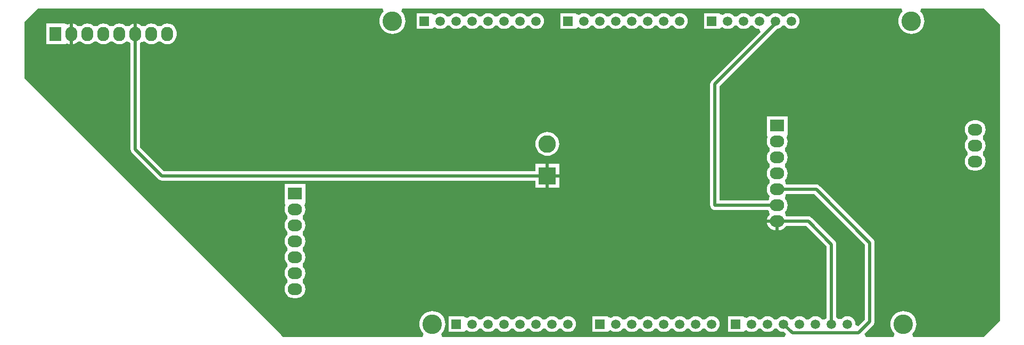
<source format=gtl>
G04 Layer_Physical_Order=1*
G04 Layer_Color=255*
%FSTAX24Y24*%
%MOIN*%
G70*
G01*
G75*
%ADD10C,0.0197*%
%ADD11O,0.0900X0.0750*%
%ADD12R,0.0900X0.0750*%
%ADD13R,0.0591X0.0591*%
%ADD14C,0.0591*%
%ADD15R,0.1100X0.1100*%
%ADD16C,0.1100*%
%ADD17O,0.0750X0.0900*%
%ADD18R,0.0750X0.0900*%
%ADD19C,0.1220*%
G36*
X071498Y029796D02*
Y011204D01*
X070496Y010202D01*
X06606D01*
X065989Y010399D01*
X066023Y010427D01*
X066124Y010549D01*
X066199Y01069D01*
X066245Y010842D01*
X066261Y011D01*
X066245Y011158D01*
X066199Y01131D01*
X066124Y011451D01*
X066023Y011573D01*
X065901Y011674D01*
X06576Y011749D01*
X065608Y011795D01*
X06545Y011811D01*
X065292Y011795D01*
X06514Y011749D01*
X064999Y011674D01*
X064877Y011573D01*
X064776Y011451D01*
X064701Y01131D01*
X064655Y011158D01*
X064639Y011D01*
X064655Y010842D01*
X064701Y01069D01*
X064776Y010549D01*
X064877Y010427D01*
X064911Y010399D01*
X06484Y010202D01*
X063101D01*
X06302Y010399D01*
X063561Y010939D01*
X063561Y010939D01*
X063608Y011001D01*
X063638Y011073D01*
X063648Y01115D01*
X063648Y01115D01*
Y0161D01*
X063638Y016177D01*
X063608Y016249D01*
X063561Y016311D01*
X063561Y016311D01*
X060211Y019661D01*
X060149Y019708D01*
X060077Y019738D01*
X06Y019748D01*
X058117D01*
X058064Y019818D01*
X058033Y020042D01*
X058052Y020068D01*
X058125Y020162D01*
X058182Y020301D01*
X058202Y02045D01*
X058182Y020599D01*
X058125Y020738D01*
X058052Y020832D01*
X058033Y020858D01*
X058033Y021042D01*
X058052Y021068D01*
X058125Y021162D01*
X058182Y021301D01*
X058202Y02145D01*
X058182Y021599D01*
X058125Y021738D01*
X058052Y021832D01*
X058033Y021858D01*
X058033Y022042D01*
X058052Y022068D01*
X058125Y022162D01*
X058182Y022301D01*
X058202Y02245D01*
X058182Y022599D01*
X058148Y022681D01*
X058197Y022878D01*
X058197D01*
Y024022D01*
X056903D01*
Y022878D01*
X056903Y022878D01*
X056952Y022681D01*
X056918Y022599D01*
X056898Y02245D01*
X056918Y022301D01*
X056975Y022162D01*
X057048Y022068D01*
X057067Y022042D01*
X057067Y021858D01*
X057048Y021832D01*
X056975Y021738D01*
X056918Y021599D01*
X056898Y02145D01*
X056918Y021301D01*
X056975Y021162D01*
X057048Y021068D01*
X057067Y021042D01*
X057067Y020858D01*
X057048Y020832D01*
X056975Y020738D01*
X056918Y020599D01*
X056898Y02045D01*
X056918Y020301D01*
X056975Y020162D01*
X057048Y020068D01*
X057067Y020042D01*
X057067Y019858D01*
X057048Y019832D01*
X056975Y019738D01*
X056918Y019599D01*
X056898Y01945D01*
X056918Y019301D01*
X056975Y019162D01*
X057048Y019068D01*
X057067Y019042D01*
X057036Y018818D01*
X056983Y018748D01*
X053948D01*
Y025927D01*
X057536Y029515D01*
X057578Y029521D01*
X057698Y02957D01*
X057801Y029649D01*
X057833Y02969D01*
X057879Y029705D01*
X058021D01*
X058067Y02969D01*
X058099Y029649D01*
X058202Y02957D01*
X058322Y029521D01*
X05845Y029504D01*
X058578Y029521D01*
X058698Y02957D01*
X058801Y029649D01*
X05888Y029752D01*
X058929Y029872D01*
X058946Y03D01*
X058929Y030128D01*
X05888Y030248D01*
X058801Y030351D01*
X058698Y03043D01*
X058578Y030479D01*
X05845Y030496D01*
X058322Y030479D01*
X058202Y03043D01*
X058099Y030351D01*
X058067Y03031D01*
X058021Y030295D01*
X057879D01*
X057833Y03031D01*
X057801Y030351D01*
X057698Y03043D01*
X057578Y030479D01*
X05745Y030496D01*
X057322Y030479D01*
X057202Y03043D01*
X057099Y030351D01*
X057067Y03031D01*
X057021Y030295D01*
X056879D01*
X056833Y03031D01*
X056801Y030351D01*
X056698Y03043D01*
X056578Y030479D01*
X05645Y030496D01*
X056322Y030479D01*
X056202Y03043D01*
X056099Y030351D01*
X056067Y03031D01*
X056021Y030295D01*
X055879D01*
X055833Y03031D01*
X055801Y030351D01*
X055698Y03043D01*
X055578Y030479D01*
X05545Y030496D01*
X055322Y030479D01*
X055202Y03043D01*
X055099Y030351D01*
X055067Y03031D01*
X055021Y030295D01*
X054879D01*
X054833Y03031D01*
X054801Y030351D01*
X054698Y03043D01*
X054578Y030479D01*
X05445Y030496D01*
X054322Y030479D01*
X054202Y03043D01*
X054139Y030382D01*
X054002Y030424D01*
X053942Y03047D01*
Y030492D01*
X052958D01*
Y029508D01*
X053942D01*
Y02953D01*
X054002Y029576D01*
X054139Y029618D01*
X054202Y02957D01*
X054322Y029521D01*
X05445Y029504D01*
X054578Y029521D01*
X054698Y02957D01*
X054801Y029649D01*
X054833Y02969D01*
X054879Y029705D01*
X055021D01*
X055067Y02969D01*
X055099Y029649D01*
X055202Y02957D01*
X055322Y029521D01*
X05545Y029504D01*
X055578Y029521D01*
X055698Y02957D01*
X055801Y029649D01*
X055833Y02969D01*
X055879Y029705D01*
X056021D01*
X056067Y02969D01*
X056099Y029649D01*
X056202Y02957D01*
X056322Y029521D01*
X056409Y029509D01*
X056471Y029401D01*
X056489Y02931D01*
X053439Y026261D01*
X053392Y026199D01*
X053362Y026127D01*
X053352Y02605D01*
Y01845D01*
X053362Y018373D01*
X053392Y018301D01*
X053439Y018239D01*
X053501Y018192D01*
X053573Y018162D01*
X05365Y018152D01*
X056983D01*
X057036Y018082D01*
X057067Y017858D01*
X057048Y017832D01*
X056975Y017738D01*
X056918Y017599D01*
X056911Y017548D01*
X05755D01*
Y01745D01*
X057648D01*
Y016876D01*
X057774Y016893D01*
X057913Y01695D01*
X058033Y017042D01*
X058117Y017152D01*
X059377D01*
X060652Y015877D01*
Y011392D01*
X060599Y011351D01*
X060567Y01131D01*
X060521Y011295D01*
X060379D01*
X060333Y01131D01*
X060301Y011351D01*
X060198Y01143D01*
X060078Y011479D01*
X05995Y011496D01*
X059822Y011479D01*
X059702Y01143D01*
X059599Y011351D01*
X059567Y01131D01*
X059521Y011295D01*
X059379D01*
X059333Y01131D01*
X059301Y011351D01*
X059198Y01143D01*
X059078Y011479D01*
X05895Y011496D01*
X058822Y011479D01*
X058702Y01143D01*
X058599Y011351D01*
X058567Y01131D01*
X058521Y011295D01*
X058379D01*
X058333Y01131D01*
X058301Y011351D01*
X058198Y01143D01*
X058078Y011479D01*
X05795Y011496D01*
X057822Y011479D01*
X057702Y01143D01*
X057599Y011351D01*
X057567Y01131D01*
X057521Y011295D01*
X057379D01*
X057333Y01131D01*
X057301Y011351D01*
X057198Y01143D01*
X057078Y011479D01*
X05695Y011496D01*
X056822Y011479D01*
X056702Y01143D01*
X056599Y011351D01*
X056567Y01131D01*
X056521Y011295D01*
X056379D01*
X056333Y01131D01*
X056301Y011351D01*
X056198Y01143D01*
X056078Y011479D01*
X05595Y011496D01*
X055822Y011479D01*
X055702Y01143D01*
X055639Y011382D01*
X055502Y011424D01*
X055442Y01147D01*
Y011492D01*
X054458D01*
Y010508D01*
X055442D01*
Y01053D01*
X055502Y010576D01*
X055639Y010618D01*
X055702Y01057D01*
X055822Y010521D01*
X05595Y010504D01*
X056078Y010521D01*
X056198Y01057D01*
X056301Y010649D01*
X056333Y01069D01*
X056379Y010705D01*
X056521D01*
X056567Y01069D01*
X056599Y010649D01*
X056702Y01057D01*
X056822Y010521D01*
X05695Y010504D01*
X057078Y010521D01*
X057198Y01057D01*
X057301Y010649D01*
X057333Y01069D01*
X057379Y010705D01*
X057521D01*
X057567Y01069D01*
X057599Y010649D01*
X057702Y01057D01*
X057822Y010521D01*
X05795Y010504D01*
X057982Y010508D01*
X058096Y010379D01*
X058021Y010202D01*
X03656D01*
X036489Y010399D01*
X036523Y010427D01*
X036624Y010549D01*
X036699Y01069D01*
X036745Y010842D01*
X036761Y011D01*
X036745Y011158D01*
X036699Y01131D01*
X036624Y011451D01*
X036523Y011573D01*
X036401Y011674D01*
X03626Y011749D01*
X036108Y011795D01*
X03595Y011811D01*
X035792Y011795D01*
X03564Y011749D01*
X035499Y011674D01*
X035377Y011573D01*
X035276Y011451D01*
X035201Y01131D01*
X035155Y011158D01*
X035139Y011D01*
X035155Y010842D01*
X035201Y01069D01*
X035276Y010549D01*
X035377Y010427D01*
X035411Y010399D01*
X03534Y010202D01*
X026604D01*
X0104Y026406D01*
Y029944D01*
X011254Y030798D01*
X03284D01*
X032911Y030601D01*
X032877Y030573D01*
X032776Y030451D01*
X032701Y03031D01*
X032655Y030158D01*
X032639Y03D01*
X032655Y029842D01*
X032701Y02969D01*
X032776Y029549D01*
X032877Y029427D01*
X032999Y029326D01*
X03314Y029251D01*
X033292Y029205D01*
X03345Y029189D01*
X033608Y029205D01*
X03376Y029251D01*
X033901Y029326D01*
X034023Y029427D01*
X034124Y029549D01*
X034199Y02969D01*
X034245Y029842D01*
X034261Y03D01*
X034245Y030158D01*
X034199Y03031D01*
X034124Y030451D01*
X034023Y030573D01*
X033989Y030601D01*
X03406Y030798D01*
X06534D01*
X065411Y030601D01*
X065377Y030573D01*
X065276Y030451D01*
X065201Y03031D01*
X065155Y030158D01*
X065139Y03D01*
X065155Y029842D01*
X065201Y02969D01*
X065276Y029549D01*
X065377Y029427D01*
X065499Y029326D01*
X06564Y029251D01*
X065792Y029205D01*
X06595Y029189D01*
X066108Y029205D01*
X06626Y029251D01*
X066401Y029326D01*
X066523Y029427D01*
X066624Y029549D01*
X066699Y02969D01*
X066745Y029842D01*
X066761Y03D01*
X066745Y030158D01*
X066699Y03031D01*
X066624Y030451D01*
X066523Y030573D01*
X066489Y030601D01*
X06656Y030798D01*
X070496D01*
X071498Y029796D01*
D02*
G37*
G36*
X063052Y015977D02*
Y011273D01*
X062625Y010846D01*
X062438Y010938D01*
X062446Y011D01*
X062429Y011128D01*
X06238Y011248D01*
X062301Y011351D01*
X062198Y01143D01*
X062078Y011479D01*
X06195Y011496D01*
X061822Y011479D01*
X061702Y01143D01*
X061599Y011351D01*
X061587Y011335D01*
X061381Y011316D01*
X061248Y011437D01*
Y016D01*
X061248Y016D01*
X061238Y016077D01*
X061208Y016149D01*
X061161Y016211D01*
X061161Y016211D01*
X059711Y017661D01*
X059649Y017708D01*
X059577Y017738D01*
X0595Y017748D01*
X058117D01*
X058064Y017818D01*
X058033Y018042D01*
X058052Y018068D01*
X058125Y018162D01*
X058182Y018301D01*
X058202Y01845D01*
X058182Y018599D01*
X058125Y018738D01*
X058052Y018832D01*
X058033Y018858D01*
X058064Y019082D01*
X058117Y019152D01*
X059877D01*
X063052Y015977D01*
D02*
G37*
%LPC*%
G36*
X05145Y030496D02*
X051322Y030479D01*
X051202Y03043D01*
X051099Y030351D01*
X051067Y03031D01*
X051021Y030295D01*
X050879D01*
X050833Y03031D01*
X050801Y030351D01*
X050698Y03043D01*
X050578Y030479D01*
X05045Y030496D01*
X050322Y030479D01*
X050202Y03043D01*
X050099Y030351D01*
X050067Y03031D01*
X050021Y030295D01*
X049879D01*
X049833Y03031D01*
X049801Y030351D01*
X049698Y03043D01*
X049578Y030479D01*
X04945Y030496D01*
X049322Y030479D01*
X049202Y03043D01*
X049099Y030351D01*
X049067Y03031D01*
X049021Y030295D01*
X048879D01*
X048833Y03031D01*
X048801Y030351D01*
X048698Y03043D01*
X048578Y030479D01*
X04845Y030496D01*
X048322Y030479D01*
X048202Y03043D01*
X048099Y030351D01*
X048067Y03031D01*
X048021Y030295D01*
X047879D01*
X047833Y03031D01*
X047801Y030351D01*
X047698Y03043D01*
X047578Y030479D01*
X04745Y030496D01*
X047322Y030479D01*
X047202Y03043D01*
X047099Y030351D01*
X047067Y03031D01*
X047021Y030295D01*
X046879D01*
X046833Y03031D01*
X046801Y030351D01*
X046698Y03043D01*
X046578Y030479D01*
X04645Y030496D01*
X046322Y030479D01*
X046202Y03043D01*
X046099Y030351D01*
X046067Y03031D01*
X046021Y030295D01*
X045879D01*
X045833Y03031D01*
X045801Y030351D01*
X045698Y03043D01*
X045578Y030479D01*
X04545Y030496D01*
X045322Y030479D01*
X045202Y03043D01*
X045139Y030382D01*
X045002Y030424D01*
X044942Y03047D01*
Y030492D01*
X043958D01*
Y029508D01*
X044942D01*
Y02953D01*
X045002Y029576D01*
X045139Y029618D01*
X045202Y02957D01*
X045322Y029521D01*
X04545Y029504D01*
X045578Y029521D01*
X045698Y02957D01*
X045801Y029649D01*
X045833Y02969D01*
X045879Y029705D01*
X046021D01*
X046067Y02969D01*
X046099Y029649D01*
X046202Y02957D01*
X046322Y029521D01*
X04645Y029504D01*
X046578Y029521D01*
X046698Y02957D01*
X046801Y029649D01*
X046833Y02969D01*
X046879Y029705D01*
X047021D01*
X047067Y02969D01*
X047099Y029649D01*
X047202Y02957D01*
X047322Y029521D01*
X04745Y029504D01*
X047578Y029521D01*
X047698Y02957D01*
X047801Y029649D01*
X047833Y02969D01*
X047879Y029705D01*
X048021D01*
X048067Y02969D01*
X048099Y029649D01*
X048202Y02957D01*
X048322Y029521D01*
X04845Y029504D01*
X048578Y029521D01*
X048698Y02957D01*
X048801Y029649D01*
X048833Y02969D01*
X048879Y029705D01*
X049021D01*
X049067Y02969D01*
X049099Y029649D01*
X049202Y02957D01*
X049322Y029521D01*
X04945Y029504D01*
X049578Y029521D01*
X049698Y02957D01*
X049801Y029649D01*
X049833Y02969D01*
X049879Y029705D01*
X050021D01*
X050067Y02969D01*
X050099Y029649D01*
X050202Y02957D01*
X050322Y029521D01*
X05045Y029504D01*
X050578Y029521D01*
X050698Y02957D01*
X050801Y029649D01*
X050833Y02969D01*
X050879Y029705D01*
X051021D01*
X051067Y02969D01*
X051099Y029649D01*
X051202Y02957D01*
X051322Y029521D01*
X05145Y029504D01*
X051578Y029521D01*
X051698Y02957D01*
X051801Y029649D01*
X05188Y029752D01*
X051929Y029872D01*
X051946Y03D01*
X051929Y030128D01*
X05188Y030248D01*
X051801Y030351D01*
X051698Y03043D01*
X051578Y030479D01*
X05145Y030496D01*
D02*
G37*
G36*
X04245D02*
X042322Y030479D01*
X042202Y03043D01*
X042099Y030351D01*
X042067Y03031D01*
X042021Y030295D01*
X041879D01*
X041833Y03031D01*
X041801Y030351D01*
X041698Y03043D01*
X041578Y030479D01*
X04145Y030496D01*
X041322Y030479D01*
X041202Y03043D01*
X041099Y030351D01*
X041067Y03031D01*
X041021Y030295D01*
X040879D01*
X040833Y03031D01*
X040801Y030351D01*
X040698Y03043D01*
X040578Y030479D01*
X04045Y030496D01*
X040322Y030479D01*
X040202Y03043D01*
X040099Y030351D01*
X040067Y03031D01*
X040021Y030295D01*
X039879D01*
X039833Y03031D01*
X039801Y030351D01*
X039698Y03043D01*
X039578Y030479D01*
X03945Y030496D01*
X039322Y030479D01*
X039202Y03043D01*
X039099Y030351D01*
X039067Y03031D01*
X039021Y030295D01*
X038879D01*
X038833Y03031D01*
X038801Y030351D01*
X038698Y03043D01*
X038578Y030479D01*
X03845Y030496D01*
X038322Y030479D01*
X038202Y03043D01*
X038099Y030351D01*
X038067Y03031D01*
X038021Y030295D01*
X037879D01*
X037833Y03031D01*
X037801Y030351D01*
X037698Y03043D01*
X037578Y030479D01*
X03745Y030496D01*
X037322Y030479D01*
X037202Y03043D01*
X037099Y030351D01*
X037067Y03031D01*
X037021Y030295D01*
X036879D01*
X036833Y03031D01*
X036801Y030351D01*
X036698Y03043D01*
X036578Y030479D01*
X03645Y030496D01*
X036322Y030479D01*
X036202Y03043D01*
X036139Y030382D01*
X036002Y030424D01*
X035942Y03047D01*
Y030492D01*
X034958D01*
Y029508D01*
X035942D01*
Y02953D01*
X036002Y029576D01*
X036139Y029618D01*
X036202Y02957D01*
X036322Y029521D01*
X03645Y029504D01*
X036578Y029521D01*
X036698Y02957D01*
X036801Y029649D01*
X036833Y02969D01*
X036879Y029705D01*
X037021D01*
X037067Y02969D01*
X037099Y029649D01*
X037202Y02957D01*
X037322Y029521D01*
X03745Y029504D01*
X037578Y029521D01*
X037698Y02957D01*
X037801Y029649D01*
X037833Y02969D01*
X037879Y029705D01*
X038021D01*
X038067Y02969D01*
X038099Y029649D01*
X038202Y02957D01*
X038322Y029521D01*
X03845Y029504D01*
X038578Y029521D01*
X038698Y02957D01*
X038801Y029649D01*
X038833Y02969D01*
X038879Y029705D01*
X039021D01*
X039067Y02969D01*
X039099Y029649D01*
X039202Y02957D01*
X039322Y029521D01*
X03945Y029504D01*
X039578Y029521D01*
X039698Y02957D01*
X039801Y029649D01*
X039833Y02969D01*
X039879Y029705D01*
X040021D01*
X040067Y02969D01*
X040099Y029649D01*
X040202Y02957D01*
X040322Y029521D01*
X04045Y029504D01*
X040578Y029521D01*
X040698Y02957D01*
X040801Y029649D01*
X040833Y02969D01*
X040879Y029705D01*
X041021D01*
X041067Y02969D01*
X041099Y029649D01*
X041202Y02957D01*
X041322Y029521D01*
X04145Y029504D01*
X041578Y029521D01*
X041698Y02957D01*
X041801Y029649D01*
X041833Y02969D01*
X041879Y029705D01*
X042021D01*
X042067Y02969D01*
X042099Y029649D01*
X042202Y02957D01*
X042322Y029521D01*
X04245Y029504D01*
X042578Y029521D01*
X042698Y02957D01*
X042801Y029649D01*
X04288Y029752D01*
X042929Y029872D01*
X042946Y03D01*
X042929Y030128D01*
X04288Y030248D01*
X042801Y030351D01*
X042698Y03043D01*
X042578Y030479D01*
X04245Y030496D01*
D02*
G37*
G36*
X01935Y029852D02*
X019201Y029832D01*
X019062Y029775D01*
X018968Y029702D01*
X018942Y029683D01*
X018758Y029683D01*
X018732Y029702D01*
X018638Y029775D01*
X018499Y029832D01*
X01835Y029852D01*
X018201Y029832D01*
X018062Y029775D01*
X017968Y029702D01*
X017942Y029683D01*
X017758Y029683D01*
X017732Y029702D01*
X017638Y029775D01*
X017499Y029832D01*
X017448Y029839D01*
Y0292D01*
X017252D01*
Y029839D01*
X017201Y029832D01*
X017062Y029775D01*
X016968Y029702D01*
X016942Y029683D01*
X016758Y029683D01*
X016732Y029702D01*
X016638Y029775D01*
X016499Y029832D01*
X01635Y029852D01*
X016201Y029832D01*
X016062Y029775D01*
X015968Y029702D01*
X015942Y029683D01*
X015758Y029683D01*
X015732Y029702D01*
X015638Y029775D01*
X015499Y029832D01*
X01535Y029852D01*
X015201Y029832D01*
X015062Y029775D01*
X014968Y029702D01*
X014942Y029683D01*
X014758Y029683D01*
X014732Y029702D01*
X014638Y029775D01*
X014499Y029832D01*
X01435Y029852D01*
X014201Y029832D01*
X014062Y029775D01*
X013968Y029702D01*
X013942Y029683D01*
X013758Y029683D01*
X013732Y029702D01*
X013638Y029775D01*
X013499Y029832D01*
X013448Y029839D01*
Y0292D01*
Y028561D01*
X013499Y028568D01*
X013638Y028625D01*
X013732Y028698D01*
X013758Y028717D01*
X013942Y028717D01*
X013968Y028698D01*
X014062Y028625D01*
X014201Y028568D01*
X01435Y028548D01*
X014499Y028568D01*
X014638Y028625D01*
X014732Y028698D01*
X014758Y028717D01*
X014942Y028717D01*
X014968Y028698D01*
X015062Y028625D01*
X015201Y028568D01*
X01535Y028548D01*
X015499Y028568D01*
X015638Y028625D01*
X015732Y028698D01*
X015758Y028717D01*
X015942Y028717D01*
X015968Y028698D01*
X016062Y028625D01*
X016201Y028568D01*
X01635Y028548D01*
X016499Y028568D01*
X016638Y028625D01*
X016732Y028698D01*
X016758Y028717D01*
X016982Y028686D01*
X017052Y028633D01*
Y02195D01*
X017062Y021873D01*
X017092Y021801D01*
X017139Y021739D01*
X018789Y020089D01*
X018789Y020089D01*
X018851Y020042D01*
X018923Y020012D01*
X019Y020002D01*
X042403D01*
Y019553D01*
X043052D01*
Y0203D01*
Y021047D01*
X042403D01*
Y020598D01*
X019123D01*
X017648Y022073D01*
Y028633D01*
X017718Y028686D01*
X017942Y028717D01*
X017968Y028698D01*
X018062Y028625D01*
X018201Y028568D01*
X01835Y028548D01*
X018499Y028568D01*
X018638Y028625D01*
X018732Y028698D01*
X018758Y028717D01*
X018942Y028717D01*
X018968Y028698D01*
X019062Y028625D01*
X019201Y028568D01*
X01935Y028548D01*
X019499Y028568D01*
X019638Y028625D01*
X019758Y028717D01*
X01985Y028837D01*
X019907Y028976D01*
X019927Y029125D01*
Y029275D01*
X019907Y029424D01*
X01985Y029563D01*
X019758Y029683D01*
X019638Y029775D01*
X019499Y029832D01*
X01935Y029852D01*
D02*
G37*
G36*
X012922Y029847D02*
Y029847D01*
X011778D01*
Y028553D01*
X012922D01*
X012922Y028553D01*
X013119Y028602D01*
X013201Y028568D01*
X013252Y028561D01*
Y0292D01*
Y029839D01*
X013201Y029832D01*
X013119Y029798D01*
X012922Y029847D01*
D02*
G37*
G36*
X04315Y02305D02*
X043004Y023036D01*
X042863Y022993D01*
X042733Y022924D01*
X042619Y022831D01*
X042526Y022717D01*
X042457Y022587D01*
X042414Y022446D01*
X0424Y0223D01*
X042414Y022154D01*
X042457Y022013D01*
X042526Y021883D01*
X042619Y021769D01*
X042733Y021676D01*
X042863Y021607D01*
X043004Y021564D01*
X04315Y02155D01*
X043296Y021564D01*
X043437Y021607D01*
X043567Y021676D01*
X043681Y021769D01*
X043774Y021883D01*
X043843Y022013D01*
X043886Y022154D01*
X0439Y0223D01*
X043886Y022446D01*
X043843Y022587D01*
X043774Y022717D01*
X043681Y022831D01*
X043567Y022924D01*
X043437Y022993D01*
X043296Y023036D01*
X04315Y02305D01*
D02*
G37*
G36*
X070025Y023777D02*
X069875D01*
X069726Y023757D01*
X069587Y0237D01*
X069467Y023608D01*
X069375Y023488D01*
X069318Y023349D01*
X069298Y0232D01*
X069318Y023051D01*
X069375Y022912D01*
X069448Y022818D01*
X069467Y022792D01*
X069467Y022608D01*
X069448Y022582D01*
X069375Y022488D01*
X069318Y022349D01*
X069298Y0222D01*
X069318Y022051D01*
X069375Y021912D01*
X069448Y021818D01*
X069467Y021792D01*
X069467Y021608D01*
X069448Y021582D01*
X069375Y021488D01*
X069318Y021349D01*
X069298Y0212D01*
X069318Y021051D01*
X069375Y020912D01*
X069467Y020792D01*
X069587Y0207D01*
X069726Y020643D01*
X069875Y020623D01*
X070025D01*
X070174Y020643D01*
X070313Y0207D01*
X070433Y020792D01*
X070525Y020912D01*
X070582Y021051D01*
X070602Y0212D01*
X070582Y021349D01*
X070525Y021488D01*
X070452Y021582D01*
X070433Y021608D01*
X070433Y021792D01*
X070452Y021818D01*
X070525Y021912D01*
X070582Y022051D01*
X070602Y0222D01*
X070582Y022349D01*
X070525Y022488D01*
X070452Y022582D01*
X070433Y022608D01*
X070433Y022792D01*
X070452Y022818D01*
X070525Y022912D01*
X070582Y023051D01*
X070602Y0232D01*
X070582Y023349D01*
X070525Y023488D01*
X070433Y023608D01*
X070313Y0237D01*
X070174Y023757D01*
X070025Y023777D01*
D02*
G37*
G36*
X043897Y021047D02*
X043248D01*
Y020398D01*
X043897D01*
Y021047D01*
D02*
G37*
G36*
Y020202D02*
X043248D01*
Y019553D01*
X043897D01*
Y020202D01*
D02*
G37*
G36*
X057452Y017352D02*
X056911D01*
X056918Y017301D01*
X056975Y017162D01*
X057067Y017042D01*
X057187Y01695D01*
X057326Y016893D01*
X057452Y016876D01*
Y017352D01*
D02*
G37*
G36*
X027997Y019772D02*
X026703D01*
Y018628D01*
X026703Y018628D01*
X026752Y018431D01*
X026718Y018349D01*
X026698Y0182D01*
X026718Y018051D01*
X026775Y017912D01*
X026848Y017818D01*
X026867Y017792D01*
X026867Y017608D01*
X026848Y017582D01*
X026775Y017488D01*
X026718Y017349D01*
X026698Y0172D01*
X026718Y017051D01*
X026775Y016912D01*
X026848Y016818D01*
X026867Y016792D01*
X026867Y016608D01*
X026848Y016582D01*
X026775Y016488D01*
X026718Y016349D01*
X026698Y0162D01*
X026718Y016051D01*
X026775Y015912D01*
X026848Y015818D01*
X026867Y015792D01*
X026867Y015608D01*
X026848Y015582D01*
X026775Y015488D01*
X026718Y015349D01*
X026698Y0152D01*
X026718Y015051D01*
X026775Y014912D01*
X026848Y014818D01*
X026867Y014792D01*
X026867Y014608D01*
X026848Y014582D01*
X026775Y014488D01*
X026718Y014349D01*
X026698Y0142D01*
X026718Y014051D01*
X026775Y013912D01*
X026848Y013818D01*
X026867Y013792D01*
X026867Y013608D01*
X026848Y013582D01*
X026775Y013488D01*
X026718Y013349D01*
X026698Y0132D01*
X026718Y013051D01*
X026775Y012912D01*
X026867Y012792D01*
X026987Y0127D01*
X027126Y012643D01*
X027275Y012623D01*
X027425D01*
X027574Y012643D01*
X027713Y0127D01*
X027833Y012792D01*
X027925Y012912D01*
X027982Y013051D01*
X028002Y0132D01*
X027982Y013349D01*
X027925Y013488D01*
X027852Y013582D01*
X027833Y013608D01*
X027833Y013792D01*
X027852Y013818D01*
X027925Y013912D01*
X027982Y014051D01*
X028002Y0142D01*
X027982Y014349D01*
X027925Y014488D01*
X027852Y014582D01*
X027833Y014608D01*
X027833Y014792D01*
X027852Y014818D01*
X027925Y014912D01*
X027982Y015051D01*
X028002Y0152D01*
X027982Y015349D01*
X027925Y015488D01*
X027852Y015582D01*
X027833Y015608D01*
X027833Y015792D01*
X027852Y015818D01*
X027925Y015912D01*
X027982Y016051D01*
X028002Y0162D01*
X027982Y016349D01*
X027925Y016488D01*
X027852Y016582D01*
X027833Y016608D01*
X027833Y016792D01*
X027852Y016818D01*
X027925Y016912D01*
X027982Y017051D01*
X028002Y0172D01*
X027982Y017349D01*
X027925Y017488D01*
X027852Y017582D01*
X027833Y017608D01*
X027833Y017792D01*
X027852Y017818D01*
X027925Y017912D01*
X027982Y018051D01*
X028002Y0182D01*
X027982Y018349D01*
X027948Y018431D01*
X027997Y018628D01*
X027997D01*
Y019772D01*
D02*
G37*
G36*
X05345Y011496D02*
X053322Y011479D01*
X053202Y01143D01*
X053099Y011351D01*
X053067Y01131D01*
X053021Y011295D01*
X052879D01*
X052833Y01131D01*
X052801Y011351D01*
X052698Y01143D01*
X052578Y011479D01*
X05245Y011496D01*
X052322Y011479D01*
X052202Y01143D01*
X052099Y011351D01*
X052067Y01131D01*
X052021Y011295D01*
X051879D01*
X051833Y01131D01*
X051801Y011351D01*
X051698Y01143D01*
X051578Y011479D01*
X05145Y011496D01*
X051322Y011479D01*
X051202Y01143D01*
X051099Y011351D01*
X051067Y01131D01*
X051021Y011295D01*
X050879D01*
X050833Y01131D01*
X050801Y011351D01*
X050698Y01143D01*
X050578Y011479D01*
X05045Y011496D01*
X050322Y011479D01*
X050202Y01143D01*
X050099Y011351D01*
X050067Y01131D01*
X050021Y011295D01*
X049879D01*
X049833Y01131D01*
X049801Y011351D01*
X049698Y01143D01*
X049578Y011479D01*
X04945Y011496D01*
X049322Y011479D01*
X049202Y01143D01*
X049099Y011351D01*
X049067Y01131D01*
X049021Y011295D01*
X048879D01*
X048833Y01131D01*
X048801Y011351D01*
X048698Y01143D01*
X048578Y011479D01*
X04845Y011496D01*
X048322Y011479D01*
X048202Y01143D01*
X048099Y011351D01*
X048067Y01131D01*
X048021Y011295D01*
X047879D01*
X047833Y01131D01*
X047801Y011351D01*
X047698Y01143D01*
X047578Y011479D01*
X04745Y011496D01*
X047322Y011479D01*
X047202Y01143D01*
X047139Y011382D01*
X047002Y011424D01*
X046942Y01147D01*
Y011492D01*
X045958D01*
Y010508D01*
X046942D01*
Y01053D01*
X047002Y010576D01*
X047139Y010618D01*
X047202Y01057D01*
X047322Y010521D01*
X04745Y010504D01*
X047578Y010521D01*
X047698Y01057D01*
X047801Y010649D01*
X047833Y01069D01*
X047879Y010705D01*
X048021D01*
X048067Y01069D01*
X048099Y010649D01*
X048202Y01057D01*
X048322Y010521D01*
X04845Y010504D01*
X048578Y010521D01*
X048698Y01057D01*
X048801Y010649D01*
X048833Y01069D01*
X048879Y010705D01*
X049021D01*
X049067Y01069D01*
X049099Y010649D01*
X049202Y01057D01*
X049322Y010521D01*
X04945Y010504D01*
X049578Y010521D01*
X049698Y01057D01*
X049801Y010649D01*
X049833Y01069D01*
X049879Y010705D01*
X050021D01*
X050067Y01069D01*
X050099Y010649D01*
X050202Y01057D01*
X050322Y010521D01*
X05045Y010504D01*
X050578Y010521D01*
X050698Y01057D01*
X050801Y010649D01*
X050833Y01069D01*
X050879Y010705D01*
X051021D01*
X051067Y01069D01*
X051099Y010649D01*
X051202Y01057D01*
X051322Y010521D01*
X05145Y010504D01*
X051578Y010521D01*
X051698Y01057D01*
X051801Y010649D01*
X051833Y01069D01*
X051879Y010705D01*
X052021D01*
X052067Y01069D01*
X052099Y010649D01*
X052202Y01057D01*
X052322Y010521D01*
X05245Y010504D01*
X052578Y010521D01*
X052698Y01057D01*
X052801Y010649D01*
X052833Y01069D01*
X052879Y010705D01*
X053021D01*
X053067Y01069D01*
X053099Y010649D01*
X053202Y01057D01*
X053322Y010521D01*
X05345Y010504D01*
X053578Y010521D01*
X053698Y01057D01*
X053801Y010649D01*
X05388Y010752D01*
X053929Y010872D01*
X053946Y011D01*
X053929Y011128D01*
X05388Y011248D01*
X053801Y011351D01*
X053698Y01143D01*
X053578Y011479D01*
X05345Y011496D01*
D02*
G37*
G36*
X04445D02*
X044322Y011479D01*
X044202Y01143D01*
X044099Y011351D01*
X044067Y01131D01*
X044021Y011295D01*
X043879D01*
X043833Y01131D01*
X043801Y011351D01*
X043698Y01143D01*
X043578Y011479D01*
X04345Y011496D01*
X043322Y011479D01*
X043202Y01143D01*
X043099Y011351D01*
X043067Y01131D01*
X043021Y011295D01*
X042879D01*
X042833Y01131D01*
X042801Y011351D01*
X042698Y01143D01*
X042578Y011479D01*
X04245Y011496D01*
X042322Y011479D01*
X042202Y01143D01*
X042099Y011351D01*
X042067Y01131D01*
X042021Y011295D01*
X041879D01*
X041833Y01131D01*
X041801Y011351D01*
X041698Y01143D01*
X041578Y011479D01*
X04145Y011496D01*
X041322Y011479D01*
X041202Y01143D01*
X041099Y011351D01*
X041067Y01131D01*
X041021Y011295D01*
X040879D01*
X040833Y01131D01*
X040801Y011351D01*
X040698Y01143D01*
X040578Y011479D01*
X04045Y011496D01*
X040322Y011479D01*
X040202Y01143D01*
X040099Y011351D01*
X040067Y01131D01*
X040021Y011295D01*
X039879D01*
X039833Y01131D01*
X039801Y011351D01*
X039698Y01143D01*
X039578Y011479D01*
X03945Y011496D01*
X039322Y011479D01*
X039202Y01143D01*
X039099Y011351D01*
X039067Y01131D01*
X039021Y011295D01*
X038879D01*
X038833Y01131D01*
X038801Y011351D01*
X038698Y01143D01*
X038578Y011479D01*
X03845Y011496D01*
X038322Y011479D01*
X038202Y01143D01*
X038139Y011382D01*
X038002Y011424D01*
X037942Y01147D01*
Y011492D01*
X036958D01*
Y010508D01*
X037942D01*
Y01053D01*
X038002Y010576D01*
X038139Y010618D01*
X038202Y01057D01*
X038322Y010521D01*
X03845Y010504D01*
X038578Y010521D01*
X038698Y01057D01*
X038801Y010649D01*
X038833Y01069D01*
X038879Y010705D01*
X039021D01*
X039067Y01069D01*
X039099Y010649D01*
X039202Y01057D01*
X039322Y010521D01*
X03945Y010504D01*
X039578Y010521D01*
X039698Y01057D01*
X039801Y010649D01*
X039833Y01069D01*
X039879Y010705D01*
X040021D01*
X040067Y01069D01*
X040099Y010649D01*
X040202Y01057D01*
X040322Y010521D01*
X04045Y010504D01*
X040578Y010521D01*
X040698Y01057D01*
X040801Y010649D01*
X040833Y01069D01*
X040879Y010705D01*
X041021D01*
X041067Y01069D01*
X041099Y010649D01*
X041202Y01057D01*
X041322Y010521D01*
X04145Y010504D01*
X041578Y010521D01*
X041698Y01057D01*
X041801Y010649D01*
X041833Y01069D01*
X041879Y010705D01*
X042021D01*
X042067Y01069D01*
X042099Y010649D01*
X042202Y01057D01*
X042322Y010521D01*
X04245Y010504D01*
X042578Y010521D01*
X042698Y01057D01*
X042801Y010649D01*
X042833Y01069D01*
X042879Y010705D01*
X043021D01*
X043067Y01069D01*
X043099Y010649D01*
X043202Y01057D01*
X043322Y010521D01*
X04345Y010504D01*
X043578Y010521D01*
X043698Y01057D01*
X043801Y010649D01*
X043833Y01069D01*
X043879Y010705D01*
X044021D01*
X044067Y01069D01*
X044099Y010649D01*
X044202Y01057D01*
X044322Y010521D01*
X04445Y010504D01*
X044578Y010521D01*
X044698Y01057D01*
X044801Y010649D01*
X04488Y010752D01*
X044929Y010872D01*
X044946Y011D01*
X044929Y011128D01*
X04488Y011248D01*
X044801Y011351D01*
X044698Y01143D01*
X044578Y011479D01*
X04445Y011496D01*
D02*
G37*
%LPD*%
D10*
X06095Y011D02*
Y016D01*
X0595Y01745D02*
X06095Y016D01*
X05755Y01745D02*
X0595D01*
X05795Y011D02*
X05851Y01044D01*
X05755Y01945D02*
X06D01*
X019Y0203D02*
X04315D01*
X01735Y02195D02*
X019Y0203D01*
X01735Y02195D02*
Y0292D01*
X05851Y01044D02*
X06264D01*
X06335Y01115D01*
Y0161D01*
X06Y01945D02*
X06335Y0161D01*
X05745Y02985D02*
Y03D01*
X05365Y01845D02*
X05755D01*
X05365D02*
Y02605D01*
X05745Y02985D01*
D11*
X02735Y0142D02*
D03*
Y0162D02*
D03*
Y0172D02*
D03*
Y0182D02*
D03*
Y0152D02*
D03*
Y0132D02*
D03*
X06995Y0232D02*
D03*
Y0222D02*
D03*
Y0212D02*
D03*
X05755Y01745D02*
D03*
Y01945D02*
D03*
Y02245D02*
D03*
Y02145D02*
D03*
Y02045D02*
D03*
Y01845D02*
D03*
D12*
X02735Y0192D02*
D03*
X05755Y02345D02*
D03*
D13*
X03745Y011D02*
D03*
X05345Y03D02*
D03*
X04645Y011D02*
D03*
X05495D02*
D03*
X03545Y03D02*
D03*
X04445D02*
D03*
D14*
X03845Y011D02*
D03*
X03945D02*
D03*
X04045D02*
D03*
X04145D02*
D03*
X04245D02*
D03*
X04345D02*
D03*
X04445D02*
D03*
X05445Y03D02*
D03*
X05545D02*
D03*
X05645D02*
D03*
X05745D02*
D03*
X05845D02*
D03*
X05345Y011D02*
D03*
X05245D02*
D03*
X05145D02*
D03*
X05045D02*
D03*
X04945D02*
D03*
X04845D02*
D03*
X04745D02*
D03*
X06195D02*
D03*
X06095D02*
D03*
X05995D02*
D03*
X05895D02*
D03*
X05795D02*
D03*
X05695D02*
D03*
X05595D02*
D03*
X04245Y03D02*
D03*
X04145D02*
D03*
X04045D02*
D03*
X03945D02*
D03*
X03845D02*
D03*
X03745D02*
D03*
X03645D02*
D03*
X05145D02*
D03*
X05045D02*
D03*
X04945D02*
D03*
X04845D02*
D03*
X04745D02*
D03*
X04645D02*
D03*
X04545D02*
D03*
D15*
X04315Y0203D02*
D03*
D16*
Y0223D02*
D03*
D17*
X01935Y0292D02*
D03*
X01735D02*
D03*
X01535D02*
D03*
X01435D02*
D03*
X01335D02*
D03*
X01635D02*
D03*
X01835D02*
D03*
D18*
X01235D02*
D03*
D19*
X03345Y03D02*
D03*
X03595Y011D02*
D03*
X06545D02*
D03*
X06595Y03D02*
D03*
M02*

</source>
